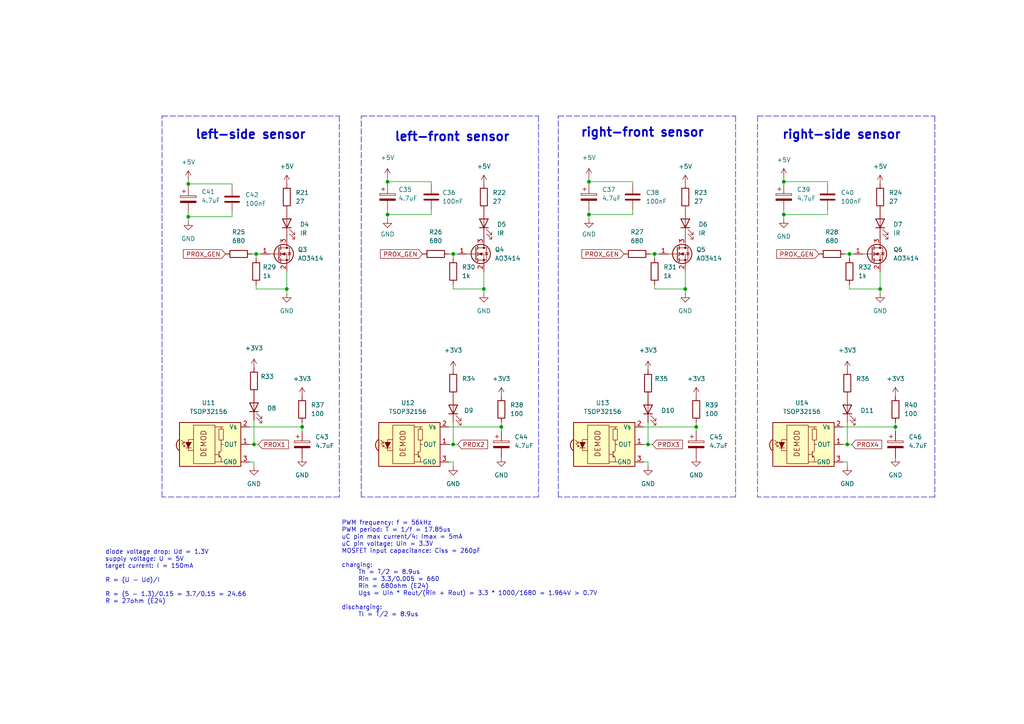
<source format=kicad_sch>
(kicad_sch (version 20211123) (generator eeschema)
  (paper "A4")
  (lib_symbols
    (symbol "Device:C" (pin_numbers hide) (pin_names (offset 0.254))
      (property "Reference" "C" (at 0.635 2.54 0))
      (property "Value" "C" (at 0.635 -2.54 0))
      (symbol "C_0_1"
        (polyline (pts (xy -2.032 -0.762) (xy 2.032 -0.762)) (stroke (width 0.508)))
        (polyline (pts (xy -2.032 0.762) (xy 2.032 0.762)) (stroke (width 0.508)))
      )
      (symbol "C_1_1"
        (pin passive line (at 0 3.81 270) (length 2.794) (name "~") (number "1"))
        (pin passive line (at 0 -3.81 90) (length 2.794) (name "~") (number "2"))
      )
    )
    (symbol "Device:C_Polarized" (pin_numbers hide) (pin_names (offset 0.254))
      (property "Reference" "C" (at 0.635 2.54 0))
      (property "Value" "C_Polarized" (at 0.635 -2.54 0))
      (symbol "C_Polarized_0_1"
        (rectangle (start -2.286 0.508) (end 2.286 1.016))
        (polyline (pts (xy -1.778 2.286) (xy -0.762 2.286)))
        (polyline (pts (xy -1.27 2.794) (xy -1.27 1.778)))
        (rectangle (start 2.286 -0.508) (end -2.286 -1.016) (fill (type outline)))
      )
      (symbol "C_Polarized_1_1"
        (pin passive line (at 0 3.81 270) (length 2.794) (name "~") (number "1"))
        (pin passive line (at 0 -3.81 90) (length 2.794) (name "~") (number "2"))
      )
    )
    (symbol "Device:LED" (pin_numbers hide) (pin_names (offset 1.016) hide)
      (property "Reference" "D" (at 0 2.54 0))
      (property "Value" "LED" (at 0 -2.54 0))
      (symbol "LED_0_1"
        (polyline (pts (xy -1.27 -1.27) (xy -1.27 1.27)) (stroke (width 0.254)))
        (polyline (pts (xy -1.27 0) (xy 1.27 0)))
        (polyline (pts (xy 1.27 -1.27) (xy 1.27 1.27) (xy -1.27 0) (xy 1.27 -1.27)) (stroke (width 0.254)))
        (polyline (pts (xy -3.048 -0.762) (xy -4.572 -2.286) (xy -3.81 -2.286) (xy -4.572 -2.286) (xy -4.572 -1.524)))
        (polyline (pts (xy -1.778 -0.762) (xy -3.302 -2.286) (xy -2.54 -2.286) (xy -3.302 -2.286) (xy -3.302 -1.524)))
      )
      (symbol "LED_1_1"
        (pin passive line (at -3.81 0 0) (length 2.54) (name "K") (number "1"))
        (pin passive line (at 3.81 0 180) (length 2.54) (name "A") (number "2"))
      )
    )
    (symbol "Device:R" (pin_numbers hide) (pin_names (offset 0))
      (property "Reference" "R" (at 2.032 0 90))
      (property "Value" "R" (at 0 0 90))
      (symbol "R_0_1"
        (rectangle (start -1.016 -2.54) (end 1.016 2.54) (stroke (width 0.254)))
      )
      (symbol "R_1_1"
        (pin passive line (at 0 3.81 270) (length 1.27) (name "~") (number "1"))
        (pin passive line (at 0 -3.81 90) (length 1.27) (name "~") (number "2"))
      )
    )
    (symbol "Interface_Optical:TSOP321xx" (pin_names (offset 1.016))
      (property "Reference" "U" (at -10.16 7.62 0))
      (property "Value" "TSOP321xx" (at -10.16 -7.62 0))
      (symbol "TSOP321xx_0_0"
        (arc (start -10.287 1.397) (mid -11.0899 -0.1852) (end -10.287 -1.778) (stroke (width 0.254)) (fill (type background)))
        (polyline (pts (xy 1.905 -5.08) (xy 0.127 -5.08)))
        (polyline (pts (xy 1.905 5.08) (xy 0.127 5.08)))
        (text "DEMOD" (at -3.175 0.254 900) (effects (font (size 1.524 1.524))))
      )
      (symbol "TSOP321xx_0_1"
        (rectangle (start -6.096 5.588) (end 0.127 -5.588))
        (polyline (pts (xy -8.763 0.381) (xy -9.652 1.27)))
        (polyline (pts (xy -8.763 0.381) (xy -9.271 0.381)))
        (polyline (pts (xy -8.763 0.381) (xy -8.763 0.889)))
        (polyline (pts (xy -8.636 -0.635) (xy -9.525 0.254)))
        (polyline (pts (xy -8.636 -0.635) (xy -9.144 -0.635)))
        (polyline (pts (xy -8.636 -0.635) (xy -8.636 -0.127)))
        (polyline (pts (xy -8.382 -1.016) (xy -6.731 -1.016)))
        (polyline (pts (xy 1.27 -2.921) (xy 0.127 -2.921)))
        (polyline (pts (xy 1.27 -1.905) (xy 1.27 -3.81)))
        (polyline (pts (xy 1.397 -3.556) (xy 1.524 -3.556)))
        (polyline (pts (xy 1.651 -3.556) (xy 1.524 -3.556)))
        (polyline (pts (xy 1.651 -3.556) (xy 1.651 -3.302)))
        (polyline (pts (xy 1.905 0) (xy 1.905 1.27)))
        (polyline (pts (xy 1.905 4.445) (xy 1.905 5.08) (xy 2.54 5.08)))
        (polyline (pts (xy -8.382 0.635) (xy -6.731 0.635) (xy -7.62 -1.016) (xy -8.382 0.635)) (fill (type outline)))
        (polyline (pts (xy -6.096 1.397) (xy -7.62 1.397) (xy -7.62 -1.778) (xy -6.096 -1.778)))
        (polyline (pts (xy 1.27 -3.175) (xy 1.905 -3.81) (xy 1.905 -5.08) (xy 2.54 -5.08)))
        (polyline (pts (xy 1.27 -2.54) (xy 1.905 -1.905) (xy 1.905 0) (xy 2.54 0)))
        (rectangle (start 2.54 1.27) (end 1.27 4.445))
        (rectangle (start 7.62 6.35) (end -10.16 -6.35) (stroke (width 0.254)) (fill (type background)))
      )
      (symbol "TSOP321xx_1_1"
        (pin output line (at 10.16 0 180) (length 2.54) (name "OUT") (number "1"))
        (pin power_in line (at 10.16 5.08 180) (length 2.54) (name "Vs") (number "2"))
        (pin power_in line (at 10.16 -5.08 180) (length 2.54) (name "GND") (number "3"))
      )
    )
    (symbol "Transistor_FET:AO3400A" (pin_names hide)
      (property "Reference" "Q" (at 5.08 1.905 0))
      (property "Value" "AO3400A" (at 5.08 0 0))
      (symbol "AO3400A_0_1"
        (polyline (pts (xy 0.254 0) (xy -2.54 0)))
        (polyline (pts (xy 0.254 1.905) (xy 0.254 -1.905)) (stroke (width 0.254)))
        (polyline (pts (xy 0.762 -1.27) (xy 0.762 -2.286)) (stroke (width 0.254)))
        (polyline (pts (xy 0.762 0.508) (xy 0.762 -0.508)) (stroke (width 0.254)))
        (polyline (pts (xy 0.762 2.286) (xy 0.762 1.27)) (stroke (width 0.254)))
        (polyline (pts (xy 2.54 2.54) (xy 2.54 1.778)))
        (polyline (pts (xy 2.54 -2.54) (xy 2.54 0) (xy 0.762 0)))
        (polyline (pts (xy 0.762 -1.778) (xy 3.302 -1.778) (xy 3.302 1.778) (xy 0.762 1.778)))
        (polyline (pts (xy 1.016 0) (xy 2.032 0.381) (xy 2.032 -0.381) (xy 1.016 0)) (fill (type outline)))
        (polyline (pts (xy 2.794 0.508) (xy 2.921 0.381) (xy 3.683 0.381) (xy 3.81 0.254)))
        (polyline (pts (xy 3.302 0.381) (xy 2.921 -0.254) (xy 3.683 -0.254) (xy 3.302 0.381)))
        (circle (center 1.651 0) (radius 2.794) (stroke (width 0.254)))
        (circle (center 2.54 -1.778) (radius 0.254) (fill (type outline)))
        (circle (center 2.54 1.778) (radius 0.254) (fill (type outline)))
      )
      (symbol "AO3400A_1_1"
        (pin input line (at -5.08 0 0) (length 2.54) (name "G") (number "1"))
        (pin passive line (at 2.54 -5.08 90) (length 2.54) (name "S") (number "2"))
        (pin passive line (at 2.54 5.08 270) (length 2.54) (name "D") (number "3"))
      )
    )
    (symbol "power:+3.3V" (power) (pin_names (offset 0))
      (property "Value" "+3.3V" (at 0 3.556 0))
      (symbol "+3.3V_0_1"
        (polyline (pts (xy -0.762 1.27) (xy 0 2.54)))
        (polyline (pts (xy 0 0) (xy 0 2.54)))
        (polyline (pts (xy 0 2.54) (xy 0.762 1.27)))
      )
      (symbol "+3.3V_1_1"
        (pin power_in line (at 0 0 90) (length 0) hide (name "+3V3") (number "1"))
      )
    )
    (symbol "power:+5V" (power) (pin_names (offset 0))
      (property "Value" "+5V" (at 0 3.556 0))
      (symbol "+5V_0_1"
        (polyline (pts (xy -0.762 1.27) (xy 0 2.54)))
        (polyline (pts (xy 0 0) (xy 0 2.54)))
        (polyline (pts (xy 0 2.54) (xy 0.762 1.27)))
      )
      (symbol "+5V_1_1"
        (pin power_in line (at 0 0 90) (length 0) hide (name "+5V") (number "1"))
      )
    )
    (symbol "power:GND" (power) (pin_names (offset 0))
      (property "Value" "GND" (at 0 -3.81 0))
      (symbol "GND_0_1"
        (polyline (pts (xy 0 0) (xy 0 -1.27) (xy 1.27 -1.27) (xy 0 -2.54) (xy -1.27 -1.27) (xy 0 -1.27)))
      )
      (symbol "GND_1_1"
        (pin power_in line (at 0 0 270) (length 0) hide (name "GND") (number "1"))
      )
    )
  )
  (junction (at 255.27 83.82))
  (junction (at 131.445 128.905))
  (junction (at 227.33 52.705))
  (junction (at 74.295 73.66))
  (junction (at 73.66 128.905))
  (junction (at 246.38 73.66))
  (junction (at 170.815 62.23))
  (junction (at 198.755 83.82))
  (junction (at 140.335 83.82))
  (junction (at 131.445 73.66))
  (junction (at 112.395 62.23))
  (junction (at 54.61 53.34))
  (junction (at 54.61 62.865))
  (junction (at 145.415 123.825))
  (junction (at 201.93 123.825))
  (junction (at 112.395 52.705))
  (junction (at 87.63 123.825))
  (junction (at 83.185 83.82))
  (junction (at 187.96 128.905))
  (junction (at 170.815 52.705))
  (junction (at 189.865 73.66))
  (junction (at 227.33 62.23))
  (junction (at 259.715 123.825))
  (junction (at 245.745 128.905))
  (polyline (pts (xy 161.925 144.145) (xy 161.925 33.655)))
  (wire (pts (xy 183.515 60.96) (xy 183.515 62.23)))
  (wire (pts (xy 255.27 78.74) (xy 255.27 83.82)))
  (wire (pts (xy 131.445 73.66) (xy 132.715 73.66)))
  (wire (pts (xy 72.39 133.985) (xy 73.66 133.985)))
  (wire (pts (xy 54.61 52.07) (xy 54.61 53.34)))
  (wire (pts (xy 131.445 133.985) (xy 131.445 135.255)))
  (wire (pts (xy 73.66 133.985) (xy 73.66 135.255)))
  (polyline (pts (xy 46.99 144.145) (xy 46.99 33.655)))
  (wire (pts (xy 170.815 62.23) (xy 183.515 62.23)))
  (wire (pts (xy 245.745 133.985) (xy 245.745 135.255)))
  (wire (pts (xy 67.31 53.34) (xy 67.31 53.975)))
  (wire (pts (xy 186.69 133.985) (xy 187.96 133.985)))
  (wire (pts (xy 189.865 73.66) (xy 189.865 74.93)))
  (polyline (pts (xy 104.775 33.655) (xy 156.21 33.655)))
  (wire (pts (xy 131.445 83.82) (xy 140.335 83.82)))
  (wire (pts (xy 246.38 83.82) (xy 255.27 83.82)))
  (wire (pts (xy 227.33 62.23) (xy 240.03 62.23)))
  (polyline (pts (xy 104.775 144.145) (xy 104.775 33.655)))
  (wire (pts (xy 244.475 123.825) (xy 259.715 123.825)))
  (wire (pts (xy 73.025 73.66) (xy 74.295 73.66)))
  (wire (pts (xy 112.395 62.23) (xy 112.395 63.5)))
  (wire (pts (xy 187.96 122.555) (xy 187.96 128.905)))
  (wire (pts (xy 131.445 74.93) (xy 131.445 73.66)))
  (polyline (pts (xy 271.145 33.655) (xy 271.145 144.145)))
  (wire (pts (xy 227.33 62.23) (xy 227.33 63.5)))
  (wire (pts (xy 130.175 133.985) (xy 131.445 133.985)))
  (wire (pts (xy 227.33 52.705) (xy 227.33 53.34)))
  (wire (pts (xy 74.295 83.82) (xy 83.185 83.82)))
  (polyline (pts (xy 219.71 33.655) (xy 271.145 33.655)))
  (polyline (pts (xy 213.36 33.655) (xy 213.36 144.145)))
  (wire (pts (xy 54.61 53.34) (xy 67.31 53.34)))
  (wire (pts (xy 227.33 52.705) (xy 240.03 52.705)))
  (wire (pts (xy 255.27 83.82) (xy 255.27 85.09)))
  (wire (pts (xy 201.93 122.555) (xy 201.93 123.825)))
  (wire (pts (xy 74.93 128.905) (xy 73.66 128.905)))
  (wire (pts (xy 170.815 52.705) (xy 170.815 53.34)))
  (wire (pts (xy 145.415 122.555) (xy 145.415 123.825)))
  (wire (pts (xy 74.295 82.55) (xy 74.295 83.82)))
  (wire (pts (xy 246.38 82.55) (xy 246.38 83.82)))
  (wire (pts (xy 87.63 123.825) (xy 87.63 125.095)))
  (wire (pts (xy 83.185 78.74) (xy 83.185 83.82)))
  (wire (pts (xy 246.38 73.66) (xy 247.65 73.66)))
  (polyline (pts (xy 271.145 144.145) (xy 219.71 144.145)))
  (wire (pts (xy 54.61 61.595) (xy 54.61 62.865)))
  (wire (pts (xy 189.865 73.66) (xy 191.135 73.66)))
  (wire (pts (xy 130.175 73.66) (xy 131.445 73.66)))
  (wire (pts (xy 73.66 128.905) (xy 72.39 128.905)))
  (wire (pts (xy 75.565 73.66) (xy 74.295 73.66)))
  (wire (pts (xy 170.815 60.96) (xy 170.815 62.23)))
  (wire (pts (xy 198.755 78.74) (xy 198.755 83.82)))
  (wire (pts (xy 54.61 62.865) (xy 54.61 64.135)))
  (wire (pts (xy 240.03 60.96) (xy 240.03 62.23)))
  (wire (pts (xy 245.745 128.905) (xy 244.475 128.905)))
  (wire (pts (xy 112.395 60.96) (xy 112.395 62.23)))
  (wire (pts (xy 140.335 78.74) (xy 140.335 83.82)))
  (wire (pts (xy 131.445 122.555) (xy 131.445 128.905)))
  (wire (pts (xy 170.815 52.705) (xy 183.515 52.705)))
  (wire (pts (xy 72.39 123.825) (xy 87.63 123.825)))
  (wire (pts (xy 227.33 60.96) (xy 227.33 62.23)))
  (wire (pts (xy 67.31 61.595) (xy 67.31 62.865)))
  (wire (pts (xy 201.93 123.825) (xy 201.93 125.095)))
  (wire (pts (xy 188.595 73.66) (xy 189.865 73.66)))
  (wire (pts (xy 130.175 123.825) (xy 145.415 123.825)))
  (polyline (pts (xy 219.71 33.655) (xy 219.71 144.145)))
  (wire (pts (xy 83.185 83.82) (xy 83.185 85.09)))
  (wire (pts (xy 186.69 123.825) (xy 201.93 123.825)))
  (polyline (pts (xy 98.425 144.145) (xy 46.99 144.145)))
  (polyline (pts (xy 156.21 144.145) (xy 104.775 144.145)))
  (wire (pts (xy 189.865 83.82) (xy 198.755 83.82)))
  (wire (pts (xy 112.395 62.23) (xy 125.095 62.23)))
  (wire (pts (xy 112.395 51.435) (xy 112.395 52.705)))
  (wire (pts (xy 259.715 122.555) (xy 259.715 123.825)))
  (wire (pts (xy 170.815 51.435) (xy 170.815 52.705)))
  (wire (pts (xy 259.715 123.825) (xy 259.715 125.095)))
  (polyline (pts (xy 156.21 33.655) (xy 156.21 144.145)))
  (wire (pts (xy 131.445 128.905) (xy 130.175 128.905)))
  (wire (pts (xy 246.38 73.66) (xy 246.38 74.93)))
  (wire (pts (xy 145.415 123.825) (xy 145.415 125.095)))
  (wire (pts (xy 245.745 122.555) (xy 245.745 128.905)))
  (wire (pts (xy 125.095 52.705) (xy 125.095 53.34)))
  (wire (pts (xy 131.445 82.55) (xy 131.445 83.82)))
  (wire (pts (xy 187.96 128.905) (xy 186.69 128.905)))
  (wire (pts (xy 74.295 73.66) (xy 74.295 74.93)))
  (wire (pts (xy 183.515 52.705) (xy 183.515 53.34)))
  (wire (pts (xy 227.33 51.435) (xy 227.33 52.705)))
  (wire (pts (xy 240.03 52.705) (xy 240.03 53.34)))
  (wire (pts (xy 244.475 133.985) (xy 245.745 133.985)))
  (wire (pts (xy 189.865 82.55) (xy 189.865 83.82)))
  (wire (pts (xy 189.23 128.905) (xy 187.96 128.905)))
  (wire (pts (xy 112.395 52.705) (xy 125.095 52.705)))
  (polyline (pts (xy 213.36 144.145) (xy 161.925 144.145)))
  (wire (pts (xy 140.335 83.82) (xy 140.335 85.09)))
  (polyline (pts (xy 161.925 33.655) (xy 213.36 33.655)))
  (wire (pts (xy 87.63 122.555) (xy 87.63 123.825)))
  (polyline (pts (xy 98.425 33.655) (xy 98.425 144.145)))
  (wire (pts (xy 112.395 52.705) (xy 112.395 53.34)))
  (wire (pts (xy 125.095 60.96) (xy 125.095 62.23)))
  (wire (pts (xy 170.815 62.23) (xy 170.815 63.5)))
  (wire (pts (xy 198.755 83.82) (xy 198.755 85.09)))
  (wire (pts (xy 132.715 128.905) (xy 131.445 128.905)))
  (wire (pts (xy 245.11 73.66) (xy 246.38 73.66)))
  (wire (pts (xy 247.015 128.905) (xy 245.745 128.905)))
  (wire (pts (xy 54.61 53.34) (xy 54.61 53.975)))
  (wire (pts (xy 73.66 121.92) (xy 73.66 128.905)))
  (wire (pts (xy 54.61 62.865) (xy 67.31 62.865)))
  (polyline (pts (xy 46.99 33.655) (xy 98.425 33.655)))
  (wire (pts (xy 187.96 133.985) (xy 187.96 135.255)))
  (text "left-side sensor" (at 56.515 40.64 0) (effects (font (size 2.54 2.54) (thickness 0.508) bold) (justify left bottom)))
  (text "left-front sensor" (at 114.3 41.275 0) (effects (font (size 2.54 2.54) (thickness 0.508) bold) (justify left bottom)))
  (text "right-side sensor" (at 226.695 40.64 0) (effects (font (size 2.54 2.54) (thickness 0.508) bold) (justify left bottom)))
  (text "PWM frequency: f = 56kHz\nPWM period: T = 1/f = 17.85us\nuC pin max current/4: Imax = 5mA\nuC pin voltage: Uin = 3.3V\nMOSFET input capacitance: Ciss = 260pF\n\ncharging:\n	Th = T/2 = 8.9us\n	Rin = 3.3/0.005 = 660\n	Rin = 680ohm (E24)\n	Ugs = Uin * Rout/(Rin + Rout) = 3.3 * 1000/1680 = 1.964V > 0.7V\n\ndischarging:\n	Tl = T/2 = 8.9us" (at 99.06 179.07 0) (effects (font (size 1.27 1.27)) (justify left bottom)))
  (text "right-front sensor" (at 168.275 40.005 0) (effects (font (size 2.54 2.54) (thickness 0.508) bold) (justify left bottom)))
  (text "diode voltage drop: Ud = 1.3V\nsupply voltage: U = 5V\ntarget current: I = 150mA\n\nR = (U - Ud)/I\n\nR = (5 - 1.3)/0.15 = 3.7/0.15 = 24.66\nR = 27ohm (E24)" (at 30.48 175.26 0) (effects (font (size 1.27 1.27)) (justify left bottom)))
  (global_label "PROX_GEN" (shape input) (at 65.405 73.66 180) (property "Intersheet References" "${INTERSHEET_REFS}" (effects hide)))
  (global_label "PROX_GEN" (shape input) (at 122.555 73.66 180) (property "Intersheet References" "${INTERSHEET_REFS}" (effects hide)))
  (global_label "PROX_GEN" (shape input) (at 180.975 73.66 180) (property "Intersheet References" "${INTERSHEET_REFS}" (effects hide)))
  (global_label "PROX2" (shape input) (at 132.715 128.905 0) (property "Intersheet References" "${INTERSHEET_REFS}" (effects hide)))
  (global_label "PROX1" (shape input) (at 74.93 128.905 0) (property "Intersheet References" "${INTERSHEET_REFS}" (effects hide)))
  (global_label "PROX4" (shape input) (at 247.015 128.905 0) (property "Intersheet References" "${INTERSHEET_REFS}" (effects hide)))
  (global_label "PROX3" (shape input) (at 189.23 128.905 0) (property "Intersheet References" "${INTERSHEET_REFS}" (effects hide)))
  (global_label "PROX_GEN" (shape input) (at 237.49 73.66 180) (property "Intersheet References" "${INTERSHEET_REFS}" (effects hide)))
  (symbol (lib_id "Device:R") (at 140.335 57.15 0) (unit 1)
    (property "Reference" "R22" (at 142.875 55.8799 0) (effects (justify left)))
    (property "Value" "27" (at 142.875 58.4199 0) (effects (justify left)))
  )
  (symbol (lib_id "power:GND") (at 227.33 63.5 0) (unit 1)
    (property "Reference" "#PWR095" (effects hide))
    (property "Value" "GND" (at 227.33 68.58 0))
  )
  (symbol (lib_id "power:GND") (at 140.335 85.09 0) (unit 1)
    (property "Reference" "#PWR098" (effects hide))
    (property "Value" "GND" (at 140.335 90.17 0))
  )
  (symbol (lib_id "Device:R") (at 245.745 111.125 0) (unit 1)
    (property "Reference" "R36" (at 248.285 109.8549 0) (effects (justify left)))
  )
  (symbol (lib_id "Device:R") (at 145.415 118.745 0) (unit 1)
    (property "Reference" "R38" (at 147.955 117.4749 0) (effects (justify left)))
    (property "Value" "100" (at 147.955 120.0149 0) (effects (justify left)))
  )
  (symbol (lib_id "power:+3.3V") (at 245.745 107.315 0) (unit 1)
    (property "Reference" "#PWR0104" (effects hide))
  )
  (symbol (lib_id "power:GND") (at 145.415 132.715 0) (unit 1)
    (property "Reference" "#PWR0110" (effects hide))
    (property "Value" "GND" (at 145.415 137.795 0))
  )
  (symbol (lib_id "power:GND") (at 73.66 135.255 0) (unit 1)
    (property "Reference" "#PWR0113" (effects hide))
    (property "Value" "GND" (at 73.66 140.335 0))
  )
  (symbol (lib_id "Device:LED") (at 255.27 64.77 90) (unit 1)
    (property "Reference" "D7" (at 259.08 65.0874 90) (effects (justify right)))
    (property "Value" "IR" (at 259.08 67.6274 90) (effects (justify right)))
  )
  (symbol (lib_id "power:GND") (at 112.395 63.5 0) (unit 1)
    (property "Reference" "#PWR093" (effects hide))
    (property "Value" "GND" (at 112.395 67.945 0))
  )
  (symbol (lib_id "Device:R") (at 246.38 78.74 0) (unit 1)
    (property "Reference" "R32" (at 248.92 77.4699 0) (effects (justify left)))
    (property "Value" "1k" (at 248.92 80.0099 0) (effects (justify left)))
  )
  (symbol (lib_id "power:GND") (at 245.745 135.255 0) (unit 1)
    (property "Reference" "#PWR0116" (effects hide))
    (property "Value" "GND" (at 245.745 140.335 0))
  )
  (symbol (lib_id "Device:R") (at 74.295 78.74 0) (unit 1)
    (property "Reference" "R29" (at 76.2 77.4699 0) (effects (justify left)))
    (property "Value" "1k" (at 76.2 80.0099 0) (effects (justify left)))
  )
  (symbol (lib_id "Device:C_Polarized") (at 145.415 128.905 0) (unit 1)
    (property "Reference" "C44" (at 149.225 126.7459 0) (effects (justify left)))
    (property "Value" "4.7uF" (at 149.225 129.2859 0) (effects (justify left)))
  )
  (symbol (lib_id "power:GND") (at 187.96 135.255 0) (unit 1)
    (property "Reference" "#PWR0115" (effects hide))
    (property "Value" "GND" (at 187.96 140.335 0))
  )
  (symbol (lib_id "Device:LED") (at 140.335 64.77 90) (unit 1)
    (property "Reference" "D5" (at 144.145 65.0874 90) (effects (justify right)))
    (property "Value" "IR" (at 144.145 67.6274 90) (effects (justify right)))
  )
  (symbol (lib_id "power:+3.3V") (at 145.415 114.935 0) (unit 1)
    (property "Reference" "#PWR0106" (effects hide))
    (property "Value" "+3.3V" (at 145.415 109.855 0))
  )
  (symbol (lib_id "Device:C_Polarized") (at 227.33 57.15 0) (unit 1)
    (property "Reference" "C39" (at 231.14 54.9909 0) (effects (justify left)))
    (property "Value" "4.7uF" (at 231.14 57.5309 0) (effects (justify left)))
  )
  (symbol (lib_id "Device:C") (at 67.31 57.785 0) (unit 1)
    (property "Reference" "C42" (at 71.12 56.5149 0) (effects (justify left)))
    (property "Value" "100nF" (at 71.12 59.0549 0) (effects (justify left)))
  )
  (symbol (lib_id "power:+5V") (at 227.33 51.435 0) (unit 1)
    (property "Reference" "#PWR087" (effects hide))
    (property "Value" "+5V" (at 227.33 46.355 0))
  )
  (symbol (lib_id "power:GND") (at 259.715 132.715 0) (unit 1)
    (property "Reference" "#PWR0112" (effects hide))
    (property "Value" "GND" (at 259.715 137.795 0))
  )
  (symbol (lib_id "power:GND") (at 131.445 135.255 0) (unit 1)
    (property "Reference" "#PWR0114" (effects hide))
    (property "Value" "GND" (at 131.445 140.335 0))
  )
  (symbol (lib_id "Device:R") (at 187.96 111.125 0) (unit 1)
    (property "Reference" "R35" (at 189.865 109.8549 0) (effects (justify left)))
  )
  (symbol (lib_id "Device:R") (at 241.3 73.66 90) (unit 1)
    (property "Reference" "R28" (at 241.3 67.31 90))
    (property "Value" "680" (at 241.3 69.85 90))
  )
  (symbol (lib_id "Device:LED") (at 73.66 118.11 90) (unit 1)
    (property "Reference" "D8" (at 77.47 118.4274 90) (effects (justify right)))
  )
  (symbol (lib_id "Device:R") (at 87.63 118.745 0) (unit 1)
    (property "Reference" "R37" (at 90.17 117.4749 0) (effects (justify left)))
    (property "Value" "100" (at 90.17 120.0149 0) (effects (justify left)))
  )
  (symbol (lib_id "power:+3.3V") (at 259.715 114.935 0) (unit 1)
    (property "Reference" "#PWR0108" (effects hide))
    (property "Value" "+3.3V" (at 259.715 109.855 0))
  )
  (symbol (lib_id "Device:R") (at 255.27 57.15 0) (unit 1)
    (property "Reference" "R24" (at 257.81 55.8799 0) (effects (justify left)))
    (property "Value" "27" (at 257.81 58.4199 0) (effects (justify left)))
  )
  (symbol (lib_id "Device:R") (at 259.715 118.745 0) (unit 1)
    (property "Reference" "R40" (at 262.255 117.4749 0) (effects (justify left)))
    (property "Value" "100" (at 262.255 120.0149 0) (effects (justify left)))
  )
  (symbol (lib_id "Device:LED") (at 198.755 64.77 90) (unit 1)
    (property "Reference" "D6" (at 202.565 65.0874 90) (effects (justify right)))
    (property "Value" "IR" (at 202.565 67.6274 90) (effects (justify right)))
  )
  (symbol (lib_id "power:+5V") (at 112.395 51.435 0) (unit 1)
    (property "Reference" "#PWR085" (effects hide))
    (property "Value" "+5V" (at 112.395 45.72 0))
  )
  (symbol (lib_id "power:GND") (at 255.27 85.09 0) (unit 1)
    (property "Reference" "#PWR0100" (effects hide))
    (property "Value" "GND" (at 255.27 90.17 0))
  )
  (symbol (lib_id "power:+5V") (at 54.61 52.07 0) (unit 1)
    (property "Reference" "#PWR088" (effects hide))
    (property "Value" "+5V" (at 54.61 46.99 0))
  )
  (symbol (lib_id "Device:R") (at 73.66 110.49 0) (unit 1)
    (property "Reference" "R33" (at 75.565 109.2199 0) (effects (justify left)))
  )
  (symbol (lib_id "Device:R") (at 184.785 73.66 90) (unit 1)
    (property "Reference" "R27" (at 184.785 67.31 90))
    (property "Value" "680" (at 184.785 69.85 90))
  )
  (symbol (lib_id "Device:LED") (at 187.96 118.745 90) (unit 1)
    (property "Reference" "D10" (at 191.77 119.0624 90) (effects (justify right)))
  )
  (symbol (lib_id "power:+3.3V") (at 201.93 114.935 0) (unit 1)
    (property "Reference" "#PWR0107" (effects hide))
    (property "Value" "+3.3V" (at 201.93 109.855 0))
  )
  (symbol (lib_id "power:+3.3V") (at 87.63 114.935 0) (unit 1)
    (property "Reference" "#PWR0105" (effects hide))
    (property "Value" "+3.3V" (at 87.63 109.855 0))
  )
  (symbol (lib_id "Device:C") (at 183.515 57.15 0) (unit 1)
    (property "Reference" "C38" (at 187.325 55.8799 0) (effects (justify left)))
    (property "Value" "100nF" (at 187.325 58.4199 0) (effects (justify left)))
  )
  (symbol (lib_id "power:GND") (at 87.63 132.715 0) (unit 1)
    (property "Reference" "#PWR0109" (effects hide))
    (property "Value" "GND" (at 87.63 137.795 0))
  )
  (symbol (lib_id "power:GND") (at 198.755 85.09 0) (unit 1)
    (property "Reference" "#PWR099" (effects hide))
    (property "Value" "GND" (at 198.755 90.17 0))
  )
  (symbol (lib_id "Device:R") (at 126.365 73.66 90) (unit 1)
    (property "Reference" "R26" (at 126.365 67.31 90))
    (property "Value" "680" (at 126.365 69.85 90))
  )
  (symbol (lib_id "power:+5V") (at 198.755 53.34 0) (unit 1)
    (property "Reference" "#PWR091" (effects hide))
    (property "Value" "+5V" (at 198.755 48.26 0))
  )
  (symbol (lib_id "Device:LED") (at 245.745 118.745 90) (unit 1)
    (property "Reference" "D11" (at 249.555 119.0624 90) (effects (justify right)))
  )
  (symbol (lib_id "Device:C_Polarized") (at 87.63 128.905 0) (unit 1)
    (property "Reference" "C43" (at 91.44 126.7459 0) (effects (justify left)))
    (property "Value" "4.7uF" (at 91.44 129.2859 0) (effects (justify left)))
  )
  (symbol (lib_id "Device:LED") (at 131.445 118.745 90) (unit 1)
    (property "Reference" "D9" (at 134.62 119.0624 90) (effects (justify right)))
  )
  (symbol (lib_id "power:+5V") (at 140.335 53.34 0) (unit 1)
    (property "Reference" "#PWR090" (effects hide))
    (property "Value" "+5V" (at 140.335 48.26 0))
  )
  (symbol (lib_id "Device:C_Polarized") (at 259.715 128.905 0) (unit 1)
    (property "Reference" "C46" (at 263.525 126.7459 0) (effects (justify left)))
    (property "Value" "4.7uF" (at 263.525 129.2859 0) (effects (justify left)))
  )
  (symbol (lib_id "power:GND") (at 83.185 85.09 0) (unit 1)
    (property "Reference" "#PWR097" (effects hide))
    (property "Value" "GND" (at 83.185 90.17 0))
  )
  (symbol (lib_id "power:GND") (at 54.61 64.135 0) (unit 1)
    (property "Reference" "#PWR096" (effects hide))
    (property "Value" "GND" (at 54.61 69.215 0))
  )
  (symbol (lib_id "Device:R") (at 131.445 78.74 0) (unit 1)
    (property "Reference" "R30" (at 133.985 77.4699 0) (effects (justify left)))
    (property "Value" "1k" (at 133.985 80.0099 0) (effects (justify left)))
  )
  (symbol (lib_id "power:GND") (at 170.815 63.5 0) (unit 1)
    (property "Reference" "#PWR094" (effects hide))
    (property "Value" "GND" (at 170.815 67.945 0))
  )
  (symbol (lib_id "power:+5V") (at 83.185 53.34 0) (unit 1)
    (property "Reference" "#PWR089" (effects hide))
    (property "Value" "+5V" (at 83.185 48.26 0))
  )
  (symbol (lib_id "Device:R") (at 83.185 57.15 0) (unit 1)
    (property "Reference" "R21" (at 85.725 55.8799 0) (effects (justify left)))
    (property "Value" "27" (at 85.725 58.4199 0) (effects (justify left)))
  )
  (symbol (lib_id "Device:R") (at 69.215 73.66 90) (unit 1)
    (property "Reference" "R25" (at 69.215 67.31 90))
    (property "Value" "680" (at 69.215 69.85 90))
  )
  (symbol (lib_id "Device:R") (at 198.755 57.15 0) (unit 1)
    (property "Reference" "R23" (at 201.295 55.8799 0) (effects (justify left)))
    (property "Value" "27" (at 201.295 58.4199 0) (effects (justify left)))
  )
  (symbol (lib_id "Interface_Optical:TSOP321xx") (at 62.23 128.905 0) (unit 1)
    (property "Reference" "U11" (at 60.495 116.84 0))
    (property "Value" "TSOP32156" (at 60.495 119.38 0))
    (property "Footprint" "OptoDevice:Vishay_MOLD-3Pin" (effects hide))
    (property "Datasheet" "http://www.vishay.com/docs/82490/tsop321.pdf" (effects hide))
  )
  (symbol (lib_id "power:+5V") (at 170.815 51.435 0) (unit 1)
    (property "Reference" "#PWR086" (effects hide))
    (property "Value" "+5V" (at 170.815 45.72 0))
  )
  (symbol (lib_id "Device:C") (at 125.095 57.15 0) (unit 1)
    (property "Reference" "C36" (at 128.27 55.8799 0) (effects (justify left)))
    (property "Value" "100nF" (at 128.27 58.4199 0) (effects (justify left)))
  )
  (symbol (lib_id "power:GND") (at 201.93 132.715 0) (unit 1)
    (property "Reference" "#PWR0111" (effects hide))
    (property "Value" "GND" (at 201.93 137.795 0))
  )
  (symbol (lib_id "Device:C") (at 240.03 57.15 0) (unit 1)
    (property "Reference" "C40" (at 243.84 55.8799 0) (effects (justify left)))
    (property "Value" "100nF" (at 243.84 58.4199 0) (effects (justify left)))
  )
  (symbol (lib_id "Device:C_Polarized") (at 54.61 57.785 0) (unit 1)
    (property "Reference" "C41" (at 58.42 55.6259 0) (effects (justify left)))
    (property "Value" "4.7uF" (at 58.42 58.1659 0) (effects (justify left)))
  )
  (symbol (lib_id "power:+5V") (at 255.27 53.34 0) (unit 1)
    (property "Reference" "#PWR092" (effects hide))
    (property "Value" "+5V" (at 255.27 48.26 0))
  )
  (symbol (lib_id "Device:C_Polarized") (at 170.815 57.15 0) (unit 1)
    (property "Reference" "C37" (at 174.625 54.9909 0) (effects (justify left)))
    (property "Value" "4.7uF" (at 174.625 57.5309 0) (effects (justify left)))
  )
  (symbol (lib_id "Device:C_Polarized") (at 112.395 57.15 0) (unit 1)
    (property "Reference" "C35" (at 115.57 54.9909 0) (effects (justify left)))
    (property "Value" "4.7uF" (at 115.57 57.5309 0) (effects (justify left)))
  )
  (symbol (lib_id "Device:R") (at 189.865 78.74 0) (unit 1)
    (property "Reference" "R31" (at 192.405 77.4699 0) (effects (justify left)))
    (property "Value" "1k" (at 192.405 80.0099 0) (effects (justify left)))
  )
  (symbol (lib_id "Transistor_FET:AO3400A") (at 252.73 73.66 0) (unit 1)
    (property "Reference" "Q6" (at 259.08 72.3899 0) (effects (justify left)))
    (property "Value" "AO3414" (at 259.08 74.9299 0) (effects (justify left)))
    (property "Footprint" "Package_TO_SOT_SMD:SOT-23" (effects hide))
    (property "Datasheet" "http://www.aosmd.com/pdfs/datasheet/AO3400A.pdf" (effects hide))
  )
  (symbol (lib_id "Device:R") (at 131.445 111.125 0) (unit 1)
    (property "Reference" "R34" (at 133.985 109.8549 0) (effects (justify left)))
  )
  (symbol (lib_id "power:+3.3V") (at 187.96 107.315 0) (unit 1)
    (property "Reference" "#PWR0103" (effects hide))
  )
  (symbol (lib_id "Device:R") (at 201.93 118.745 0) (unit 1)
    (property "Reference" "R39" (at 204.47 117.4749 0) (effects (justify left)))
    (property "Value" "100" (at 204.47 120.0149 0) (effects (justify left)))
  )
  (symbol (lib_id "Transistor_FET:AO3400A") (at 80.645 73.66 0) (unit 1)
    (property "Reference" "Q3" (at 86.36 72.3899 0) (effects (justify left)))
    (property "Value" "AO3414" (at 86.36 74.9299 0) (effects (justify left)))
    (property "Footprint" "Package_TO_SOT_SMD:SOT-23" (effects hide))
    (property "Datasheet" "http://www.aosmd.com/pdfs/datasheet/AO3400A.pdf" (effects hide))
  )
  (symbol (lib_id "power:+3.3V") (at 73.66 106.68 0) (unit 1)
    (property "Reference" "#PWR0101" (effects hide))
  )
  (symbol (lib_id "Interface_Optical:TSOP321xx") (at 234.315 128.905 0) (unit 1)
    (property "Reference" "U14" (at 232.58 116.84 0))
    (property "Value" "TSOP32156" (at 232.58 119.38 0))
    (property "Footprint" "OptoDevice:Vishay_MOLD-3Pin" (effects hide))
    (property "Datasheet" "http://www.vishay.com/docs/82490/tsop321.pdf" (effects hide))
  )
  (symbol (lib_id "Device:C_Polarized") (at 201.93 128.905 0) (unit 1)
    (property "Reference" "C45" (at 205.74 126.7459 0) (effects (justify left)))
    (property "Value" "4.7uF" (at 205.74 129.2859 0) (effects (justify left)))
  )
  (symbol (lib_id "Transistor_FET:AO3400A") (at 137.795 73.66 0) (unit 1)
    (property "Reference" "Q4" (at 143.51 72.3899 0) (effects (justify left)))
    (property "Value" "AO3414" (at 143.51 74.9299 0) (effects (justify left)))
    (property "Footprint" "Package_TO_SOT_SMD:SOT-23" (effects hide))
    (property "Datasheet" "http://www.aosmd.com/pdfs/datasheet/AO3400A.pdf" (effects hide))
  )
  (symbol (lib_id "Interface_Optical:TSOP321xx") (at 176.53 128.905 0) (unit 1)
    (property "Reference" "U13" (at 174.795 116.84 0))
    (property "Value" "TSOP32156" (at 174.795 119.38 0))
    (property "Footprint" "OptoDevice:Vishay_MOLD-3Pin" (effects hide))
    (property "Datasheet" "http://www.vishay.com/docs/82490/tsop321.pdf" (effects hide))
  )
  (symbol (lib_id "power:+3.3V") (at 131.445 107.315 0) (unit 1)
    (property "Reference" "#PWR0102" (effects hide))
  )
  (symbol (lib_id "Interface_Optical:TSOP321xx") (at 120.015 128.905 0) (unit 1)
    (property "Reference" "U12" (at 118.28 116.84 0))
    (property "Value" "TSOP32156" (at 118.28 119.38 0))
    (property "Footprint" "OptoDevice:Vishay_MOLD-3Pin" (effects hide))
    (property "Datasheet" "http://www.vishay.com/docs/82490/tsop321.pdf" (effects hide))
  )
  (symbol (lib_id "Device:LED") (at 83.185 64.77 90) (unit 1)
    (property "Reference" "D4" (at 86.995 65.0874 90) (effects (justify right)))
    (property "Value" "IR" (at 86.995 67.6274 90) (effects (justify right)))
  )
  (symbol (lib_id "Transistor_FET:AO3400A") (at 196.215 73.66 0) (unit 1)
    (property "Reference" "Q5" (at 201.93 72.3899 0) (effects (justify left)))
    (property "Value" "AO3414" (at 201.93 74.9299 0) (effects (justify left)))
    (property "Footprint" "Package_TO_SOT_SMD:SOT-23" (effects hide))
    (property "Datasheet" "http://www.aosmd.com/pdfs/datasheet/AO3400A.pdf" (effects hide))
  )
)
</source>
